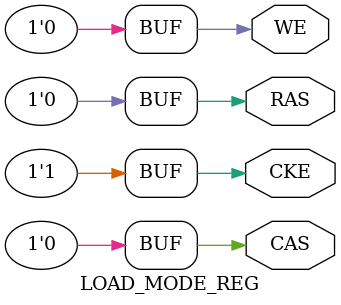
<source format=v>

module LOAD_MODE_REG(
output CKE			,
output RAS			,
output CAS			,
output WE
);

assign	CKE 	= 1;
assign	RAS 	= 0;
assign	CAS 	= 0;
assign	WE		= 0;

endmodule

/* Instance module

LOAD_MODE_REG load_mode_reg_ex(
	.CKE(CKE),
	.RAS(RAS),
	.CAS(CAS),
	.WE(WE)
);

*/
</source>
